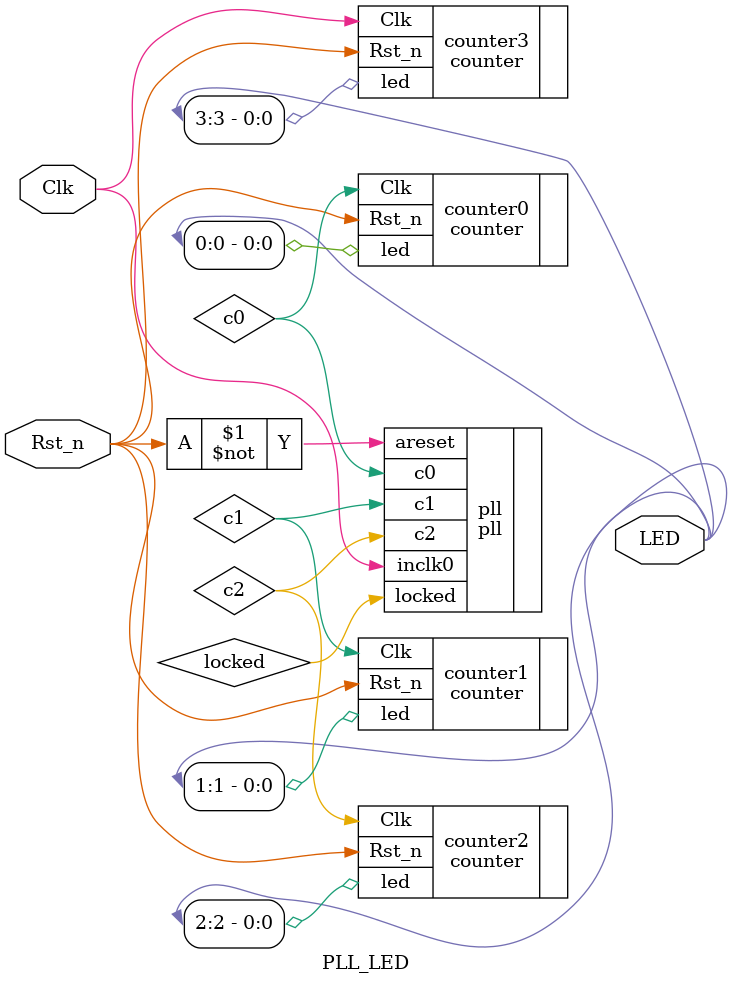
<source format=v>
/***************************************************
*	Module Name		:	PLL_LED		   
*	Engineer		   :	小梅哥
*	Target Device	:	EP4CE10F17C8
*	Tool versions	:	Quartus II 13.0
*	Create Date		:	2017-3-31
*	Revision		   :	v1.0
*	Description		:  不同的时钟驱动4位LED
**************************************************/

module PLL_LED(
	Clk,
	Rst_n,
	LED
);

	input Clk;
	input Rst_n;
	output [3:0]LED;
	
	wire c0;	//25M
	wire c1;	//75M
	wire c2;	//100M
	
	wire locked;
	
	pll pll(
		.areset(~Rst_n),
		.inclk0(Clk),
		.c0(c0),
		.c1(c1),
		.c2(c2),
		.locked(locked)
	);
	
	counter
	#(
		.CNT_MAX(25'd24_999_999)
	)
	counter0(
		.Clk(c0),
		.Rst_n(Rst_n),
		.led(LED[0])
	);
	
	counter
	#(
		.CNT_MAX(25'd24_999_999)
	)
	counter1(
		.Clk(c1),
		.Rst_n(Rst_n),
		.led(LED[1])
	);

	counter	
	#(
		.CNT_MAX(25'd24_999_999)
	)
	counter2(
		.Clk(c2),
		.Rst_n(Rst_n),
		.led(LED[2])
	);
	
	counter
	#(
		.CNT_MAX(25'd24_999_999)
	)
	counter3(
		.Clk(Clk),
		.Rst_n(Rst_n),
		.led(LED[3])
	);

endmodule

</source>
